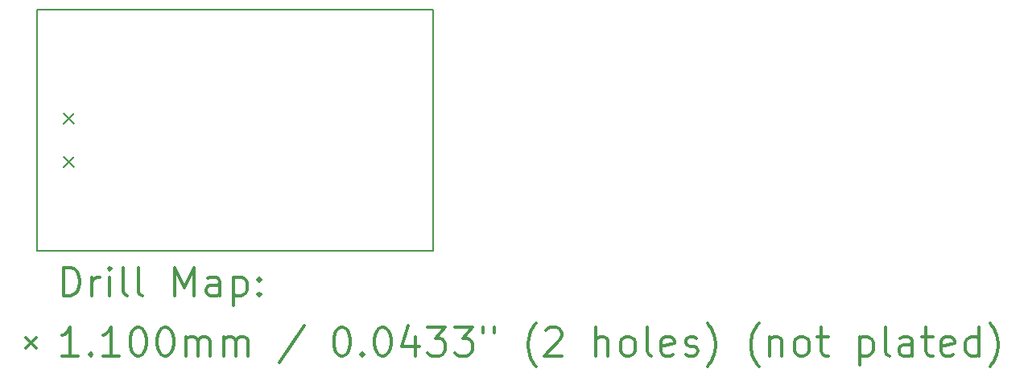
<source format=gbr>
%FSLAX45Y45*%
G04 Gerber Fmt 4.5, Leading zero omitted, Abs format (unit mm)*
G04 Created by KiCad (PCBNEW 5.1.10) date 2021-12-09 23:27:43*
%MOMM*%
%LPD*%
G01*
G04 APERTURE LIST*
%TA.AperFunction,Profile*%
%ADD10C,0.150000*%
%TD*%
%ADD11C,0.200000*%
%ADD12C,0.300000*%
G04 APERTURE END LIST*
D10*
X12954000Y-7670800D02*
X12954000Y-5130800D01*
X17119600Y-7670800D02*
X12954000Y-7670800D01*
X17119600Y-5130800D02*
X17119600Y-7670800D01*
X12954000Y-5130800D02*
X17119600Y-5130800D01*
D11*
X13233400Y-6217400D02*
X13343400Y-6327400D01*
X13343400Y-6217400D02*
X13233400Y-6327400D01*
X13233400Y-6677400D02*
X13343400Y-6787400D01*
X13343400Y-6677400D02*
X13233400Y-6787400D01*
D12*
X13232928Y-8144014D02*
X13232928Y-7844014D01*
X13304357Y-7844014D01*
X13347214Y-7858300D01*
X13375786Y-7886871D01*
X13390071Y-7915443D01*
X13404357Y-7972586D01*
X13404357Y-8015443D01*
X13390071Y-8072586D01*
X13375786Y-8101157D01*
X13347214Y-8129729D01*
X13304357Y-8144014D01*
X13232928Y-8144014D01*
X13532928Y-8144014D02*
X13532928Y-7944014D01*
X13532928Y-8001157D02*
X13547214Y-7972586D01*
X13561500Y-7958300D01*
X13590071Y-7944014D01*
X13618643Y-7944014D01*
X13718643Y-8144014D02*
X13718643Y-7944014D01*
X13718643Y-7844014D02*
X13704357Y-7858300D01*
X13718643Y-7872586D01*
X13732928Y-7858300D01*
X13718643Y-7844014D01*
X13718643Y-7872586D01*
X13904357Y-8144014D02*
X13875786Y-8129729D01*
X13861500Y-8101157D01*
X13861500Y-7844014D01*
X14061500Y-8144014D02*
X14032928Y-8129729D01*
X14018643Y-8101157D01*
X14018643Y-7844014D01*
X14404357Y-8144014D02*
X14404357Y-7844014D01*
X14504357Y-8058300D01*
X14604357Y-7844014D01*
X14604357Y-8144014D01*
X14875786Y-8144014D02*
X14875786Y-7986871D01*
X14861500Y-7958300D01*
X14832928Y-7944014D01*
X14775786Y-7944014D01*
X14747214Y-7958300D01*
X14875786Y-8129729D02*
X14847214Y-8144014D01*
X14775786Y-8144014D01*
X14747214Y-8129729D01*
X14732928Y-8101157D01*
X14732928Y-8072586D01*
X14747214Y-8044014D01*
X14775786Y-8029729D01*
X14847214Y-8029729D01*
X14875786Y-8015443D01*
X15018643Y-7944014D02*
X15018643Y-8244014D01*
X15018643Y-7958300D02*
X15047214Y-7944014D01*
X15104357Y-7944014D01*
X15132928Y-7958300D01*
X15147214Y-7972586D01*
X15161500Y-8001157D01*
X15161500Y-8086871D01*
X15147214Y-8115443D01*
X15132928Y-8129729D01*
X15104357Y-8144014D01*
X15047214Y-8144014D01*
X15018643Y-8129729D01*
X15290071Y-8115443D02*
X15304357Y-8129729D01*
X15290071Y-8144014D01*
X15275786Y-8129729D01*
X15290071Y-8115443D01*
X15290071Y-8144014D01*
X15290071Y-7958300D02*
X15304357Y-7972586D01*
X15290071Y-7986871D01*
X15275786Y-7972586D01*
X15290071Y-7958300D01*
X15290071Y-7986871D01*
X12836500Y-8583300D02*
X12946500Y-8693300D01*
X12946500Y-8583300D02*
X12836500Y-8693300D01*
X13390071Y-8774014D02*
X13218643Y-8774014D01*
X13304357Y-8774014D02*
X13304357Y-8474014D01*
X13275786Y-8516872D01*
X13247214Y-8545443D01*
X13218643Y-8559729D01*
X13518643Y-8745443D02*
X13532928Y-8759729D01*
X13518643Y-8774014D01*
X13504357Y-8759729D01*
X13518643Y-8745443D01*
X13518643Y-8774014D01*
X13818643Y-8774014D02*
X13647214Y-8774014D01*
X13732928Y-8774014D02*
X13732928Y-8474014D01*
X13704357Y-8516872D01*
X13675786Y-8545443D01*
X13647214Y-8559729D01*
X14004357Y-8474014D02*
X14032928Y-8474014D01*
X14061500Y-8488300D01*
X14075786Y-8502586D01*
X14090071Y-8531157D01*
X14104357Y-8588300D01*
X14104357Y-8659729D01*
X14090071Y-8716872D01*
X14075786Y-8745443D01*
X14061500Y-8759729D01*
X14032928Y-8774014D01*
X14004357Y-8774014D01*
X13975786Y-8759729D01*
X13961500Y-8745443D01*
X13947214Y-8716872D01*
X13932928Y-8659729D01*
X13932928Y-8588300D01*
X13947214Y-8531157D01*
X13961500Y-8502586D01*
X13975786Y-8488300D01*
X14004357Y-8474014D01*
X14290071Y-8474014D02*
X14318643Y-8474014D01*
X14347214Y-8488300D01*
X14361500Y-8502586D01*
X14375786Y-8531157D01*
X14390071Y-8588300D01*
X14390071Y-8659729D01*
X14375786Y-8716872D01*
X14361500Y-8745443D01*
X14347214Y-8759729D01*
X14318643Y-8774014D01*
X14290071Y-8774014D01*
X14261500Y-8759729D01*
X14247214Y-8745443D01*
X14232928Y-8716872D01*
X14218643Y-8659729D01*
X14218643Y-8588300D01*
X14232928Y-8531157D01*
X14247214Y-8502586D01*
X14261500Y-8488300D01*
X14290071Y-8474014D01*
X14518643Y-8774014D02*
X14518643Y-8574014D01*
X14518643Y-8602586D02*
X14532928Y-8588300D01*
X14561500Y-8574014D01*
X14604357Y-8574014D01*
X14632928Y-8588300D01*
X14647214Y-8616872D01*
X14647214Y-8774014D01*
X14647214Y-8616872D02*
X14661500Y-8588300D01*
X14690071Y-8574014D01*
X14732928Y-8574014D01*
X14761500Y-8588300D01*
X14775786Y-8616872D01*
X14775786Y-8774014D01*
X14918643Y-8774014D02*
X14918643Y-8574014D01*
X14918643Y-8602586D02*
X14932928Y-8588300D01*
X14961500Y-8574014D01*
X15004357Y-8574014D01*
X15032928Y-8588300D01*
X15047214Y-8616872D01*
X15047214Y-8774014D01*
X15047214Y-8616872D02*
X15061500Y-8588300D01*
X15090071Y-8574014D01*
X15132928Y-8574014D01*
X15161500Y-8588300D01*
X15175786Y-8616872D01*
X15175786Y-8774014D01*
X15761500Y-8459729D02*
X15504357Y-8845443D01*
X16147214Y-8474014D02*
X16175786Y-8474014D01*
X16204357Y-8488300D01*
X16218643Y-8502586D01*
X16232928Y-8531157D01*
X16247214Y-8588300D01*
X16247214Y-8659729D01*
X16232928Y-8716872D01*
X16218643Y-8745443D01*
X16204357Y-8759729D01*
X16175786Y-8774014D01*
X16147214Y-8774014D01*
X16118643Y-8759729D01*
X16104357Y-8745443D01*
X16090071Y-8716872D01*
X16075786Y-8659729D01*
X16075786Y-8588300D01*
X16090071Y-8531157D01*
X16104357Y-8502586D01*
X16118643Y-8488300D01*
X16147214Y-8474014D01*
X16375786Y-8745443D02*
X16390071Y-8759729D01*
X16375786Y-8774014D01*
X16361500Y-8759729D01*
X16375786Y-8745443D01*
X16375786Y-8774014D01*
X16575786Y-8474014D02*
X16604357Y-8474014D01*
X16632928Y-8488300D01*
X16647214Y-8502586D01*
X16661500Y-8531157D01*
X16675786Y-8588300D01*
X16675786Y-8659729D01*
X16661500Y-8716872D01*
X16647214Y-8745443D01*
X16632928Y-8759729D01*
X16604357Y-8774014D01*
X16575786Y-8774014D01*
X16547214Y-8759729D01*
X16532928Y-8745443D01*
X16518643Y-8716872D01*
X16504357Y-8659729D01*
X16504357Y-8588300D01*
X16518643Y-8531157D01*
X16532928Y-8502586D01*
X16547214Y-8488300D01*
X16575786Y-8474014D01*
X16932928Y-8574014D02*
X16932928Y-8774014D01*
X16861500Y-8459729D02*
X16790071Y-8674014D01*
X16975786Y-8674014D01*
X17061500Y-8474014D02*
X17247214Y-8474014D01*
X17147214Y-8588300D01*
X17190071Y-8588300D01*
X17218643Y-8602586D01*
X17232928Y-8616872D01*
X17247214Y-8645443D01*
X17247214Y-8716872D01*
X17232928Y-8745443D01*
X17218643Y-8759729D01*
X17190071Y-8774014D01*
X17104357Y-8774014D01*
X17075786Y-8759729D01*
X17061500Y-8745443D01*
X17347214Y-8474014D02*
X17532928Y-8474014D01*
X17432928Y-8588300D01*
X17475786Y-8588300D01*
X17504357Y-8602586D01*
X17518643Y-8616872D01*
X17532928Y-8645443D01*
X17532928Y-8716872D01*
X17518643Y-8745443D01*
X17504357Y-8759729D01*
X17475786Y-8774014D01*
X17390071Y-8774014D01*
X17361500Y-8759729D01*
X17347214Y-8745443D01*
X17647214Y-8474014D02*
X17647214Y-8531157D01*
X17761500Y-8474014D02*
X17761500Y-8531157D01*
X18204357Y-8888300D02*
X18190071Y-8874014D01*
X18161500Y-8831157D01*
X18147214Y-8802586D01*
X18132928Y-8759729D01*
X18118643Y-8688300D01*
X18118643Y-8631157D01*
X18132928Y-8559729D01*
X18147214Y-8516872D01*
X18161500Y-8488300D01*
X18190071Y-8445443D01*
X18204357Y-8431157D01*
X18304357Y-8502586D02*
X18318643Y-8488300D01*
X18347214Y-8474014D01*
X18418643Y-8474014D01*
X18447214Y-8488300D01*
X18461500Y-8502586D01*
X18475786Y-8531157D01*
X18475786Y-8559729D01*
X18461500Y-8602586D01*
X18290071Y-8774014D01*
X18475786Y-8774014D01*
X18832928Y-8774014D02*
X18832928Y-8474014D01*
X18961500Y-8774014D02*
X18961500Y-8616872D01*
X18947214Y-8588300D01*
X18918643Y-8574014D01*
X18875786Y-8574014D01*
X18847214Y-8588300D01*
X18832928Y-8602586D01*
X19147214Y-8774014D02*
X19118643Y-8759729D01*
X19104357Y-8745443D01*
X19090071Y-8716872D01*
X19090071Y-8631157D01*
X19104357Y-8602586D01*
X19118643Y-8588300D01*
X19147214Y-8574014D01*
X19190071Y-8574014D01*
X19218643Y-8588300D01*
X19232928Y-8602586D01*
X19247214Y-8631157D01*
X19247214Y-8716872D01*
X19232928Y-8745443D01*
X19218643Y-8759729D01*
X19190071Y-8774014D01*
X19147214Y-8774014D01*
X19418643Y-8774014D02*
X19390071Y-8759729D01*
X19375786Y-8731157D01*
X19375786Y-8474014D01*
X19647214Y-8759729D02*
X19618643Y-8774014D01*
X19561500Y-8774014D01*
X19532928Y-8759729D01*
X19518643Y-8731157D01*
X19518643Y-8616872D01*
X19532928Y-8588300D01*
X19561500Y-8574014D01*
X19618643Y-8574014D01*
X19647214Y-8588300D01*
X19661500Y-8616872D01*
X19661500Y-8645443D01*
X19518643Y-8674014D01*
X19775786Y-8759729D02*
X19804357Y-8774014D01*
X19861500Y-8774014D01*
X19890071Y-8759729D01*
X19904357Y-8731157D01*
X19904357Y-8716872D01*
X19890071Y-8688300D01*
X19861500Y-8674014D01*
X19818643Y-8674014D01*
X19790071Y-8659729D01*
X19775786Y-8631157D01*
X19775786Y-8616872D01*
X19790071Y-8588300D01*
X19818643Y-8574014D01*
X19861500Y-8574014D01*
X19890071Y-8588300D01*
X20004357Y-8888300D02*
X20018643Y-8874014D01*
X20047214Y-8831157D01*
X20061500Y-8802586D01*
X20075786Y-8759729D01*
X20090071Y-8688300D01*
X20090071Y-8631157D01*
X20075786Y-8559729D01*
X20061500Y-8516872D01*
X20047214Y-8488300D01*
X20018643Y-8445443D01*
X20004357Y-8431157D01*
X20547214Y-8888300D02*
X20532928Y-8874014D01*
X20504357Y-8831157D01*
X20490071Y-8802586D01*
X20475786Y-8759729D01*
X20461500Y-8688300D01*
X20461500Y-8631157D01*
X20475786Y-8559729D01*
X20490071Y-8516872D01*
X20504357Y-8488300D01*
X20532928Y-8445443D01*
X20547214Y-8431157D01*
X20661500Y-8574014D02*
X20661500Y-8774014D01*
X20661500Y-8602586D02*
X20675786Y-8588300D01*
X20704357Y-8574014D01*
X20747214Y-8574014D01*
X20775786Y-8588300D01*
X20790071Y-8616872D01*
X20790071Y-8774014D01*
X20975786Y-8774014D02*
X20947214Y-8759729D01*
X20932928Y-8745443D01*
X20918643Y-8716872D01*
X20918643Y-8631157D01*
X20932928Y-8602586D01*
X20947214Y-8588300D01*
X20975786Y-8574014D01*
X21018643Y-8574014D01*
X21047214Y-8588300D01*
X21061500Y-8602586D01*
X21075786Y-8631157D01*
X21075786Y-8716872D01*
X21061500Y-8745443D01*
X21047214Y-8759729D01*
X21018643Y-8774014D01*
X20975786Y-8774014D01*
X21161500Y-8574014D02*
X21275786Y-8574014D01*
X21204357Y-8474014D02*
X21204357Y-8731157D01*
X21218643Y-8759729D01*
X21247214Y-8774014D01*
X21275786Y-8774014D01*
X21604357Y-8574014D02*
X21604357Y-8874014D01*
X21604357Y-8588300D02*
X21632928Y-8574014D01*
X21690071Y-8574014D01*
X21718643Y-8588300D01*
X21732928Y-8602586D01*
X21747214Y-8631157D01*
X21747214Y-8716872D01*
X21732928Y-8745443D01*
X21718643Y-8759729D01*
X21690071Y-8774014D01*
X21632928Y-8774014D01*
X21604357Y-8759729D01*
X21918643Y-8774014D02*
X21890071Y-8759729D01*
X21875786Y-8731157D01*
X21875786Y-8474014D01*
X22161500Y-8774014D02*
X22161500Y-8616872D01*
X22147214Y-8588300D01*
X22118643Y-8574014D01*
X22061500Y-8574014D01*
X22032928Y-8588300D01*
X22161500Y-8759729D02*
X22132928Y-8774014D01*
X22061500Y-8774014D01*
X22032928Y-8759729D01*
X22018643Y-8731157D01*
X22018643Y-8702586D01*
X22032928Y-8674014D01*
X22061500Y-8659729D01*
X22132928Y-8659729D01*
X22161500Y-8645443D01*
X22261500Y-8574014D02*
X22375786Y-8574014D01*
X22304357Y-8474014D02*
X22304357Y-8731157D01*
X22318643Y-8759729D01*
X22347214Y-8774014D01*
X22375786Y-8774014D01*
X22590071Y-8759729D02*
X22561500Y-8774014D01*
X22504357Y-8774014D01*
X22475786Y-8759729D01*
X22461500Y-8731157D01*
X22461500Y-8616872D01*
X22475786Y-8588300D01*
X22504357Y-8574014D01*
X22561500Y-8574014D01*
X22590071Y-8588300D01*
X22604357Y-8616872D01*
X22604357Y-8645443D01*
X22461500Y-8674014D01*
X22861500Y-8774014D02*
X22861500Y-8474014D01*
X22861500Y-8759729D02*
X22832928Y-8774014D01*
X22775786Y-8774014D01*
X22747214Y-8759729D01*
X22732928Y-8745443D01*
X22718643Y-8716872D01*
X22718643Y-8631157D01*
X22732928Y-8602586D01*
X22747214Y-8588300D01*
X22775786Y-8574014D01*
X22832928Y-8574014D01*
X22861500Y-8588300D01*
X22975786Y-8888300D02*
X22990071Y-8874014D01*
X23018643Y-8831157D01*
X23032928Y-8802586D01*
X23047214Y-8759729D01*
X23061500Y-8688300D01*
X23061500Y-8631157D01*
X23047214Y-8559729D01*
X23032928Y-8516872D01*
X23018643Y-8488300D01*
X22990071Y-8445443D01*
X22975786Y-8431157D01*
M02*

</source>
